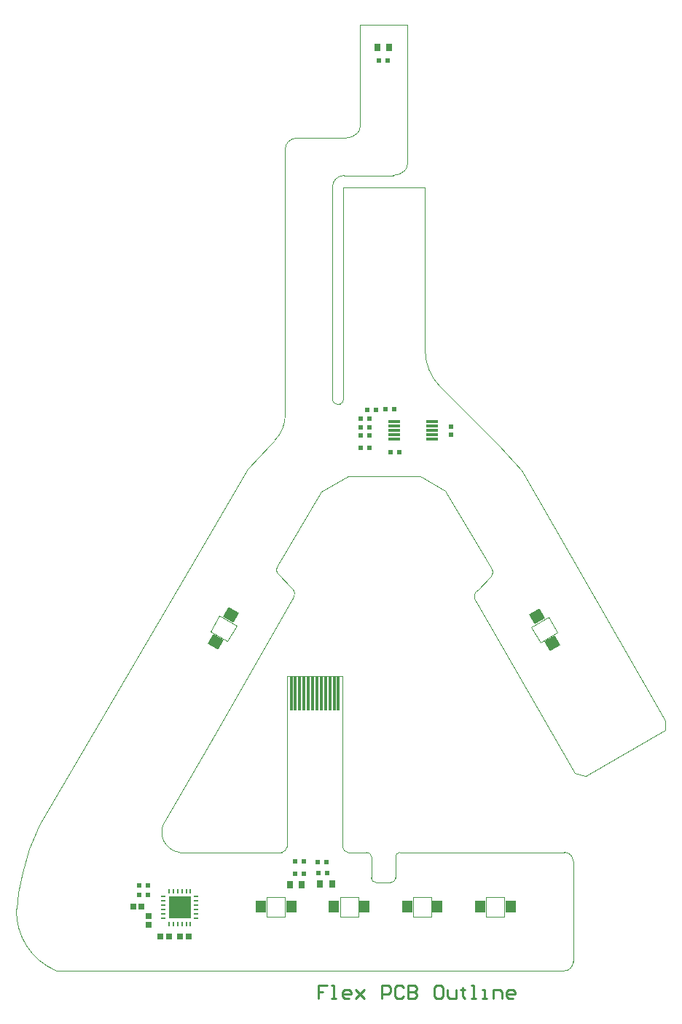
<source format=gbp>
G04*
G04 #@! TF.GenerationSoftware,Altium Limited,Altium Designer,18.1.4 (159)*
G04*
G04 Layer_Color=128*
%FSLAX44Y44*%
%MOMM*%
G71*
G01*
G75*
%ADD13C,0.2540*%
%ADD15C,0.0500*%
%ADD16C,0.0500*%
%ADD17C,0.0510*%
%ADD18C,0.0508*%
%ADD21R,0.3000X4.0000*%
%ADD37R,0.6000X0.6000*%
%ADD38R,0.8000X0.9000*%
%ADD40R,0.6000X0.5000*%
%ADD41R,0.6000X0.2500*%
%ADD42R,0.2500X0.6000*%
%ADD43R,2.6000X2.6000*%
%ADD44R,1.4500X0.3000*%
%ADD45R,0.5000X0.6000*%
%ADD49R,0.7200X0.7200*%
%ADD50R,0.7200X0.7200*%
G04:AMPARAMS|DCode=77|XSize=1.3mm|YSize=1.4mm|CornerRadius=0mm|HoleSize=0mm|Usage=FLASHONLY|Rotation=120.000|XOffset=0mm|YOffset=0mm|HoleType=Round|Shape=Rectangle|*
%AMROTATEDRECTD77*
4,1,4,0.9312,-0.2129,-0.2812,-0.9129,-0.9312,0.2129,0.2812,0.9129,0.9312,-0.2129,0.0*
%
%ADD77ROTATEDRECTD77*%

G04:AMPARAMS|DCode=78|XSize=1.3mm|YSize=1.4mm|CornerRadius=0mm|HoleSize=0mm|Usage=FLASHONLY|Rotation=240.000|XOffset=0mm|YOffset=0mm|HoleType=Round|Shape=Rectangle|*
%AMROTATEDRECTD78*
4,1,4,-0.2812,0.9129,0.9312,0.2129,0.2812,-0.9129,-0.9312,-0.2129,-0.2812,0.9129,0.0*
%
%ADD78ROTATEDRECTD78*%

%ADD79R,1.3000X1.4000*%
D13*
X314494Y-16853D02*
X304338D01*
Y-24470D01*
X309416D01*
X304338D01*
Y-32088D01*
X319573D02*
X324651D01*
X322112D01*
Y-16853D01*
X319573D01*
X339886Y-32088D02*
X334808D01*
X332268Y-29548D01*
Y-24470D01*
X334808Y-21931D01*
X339886D01*
X342425Y-24470D01*
Y-27009D01*
X332268D01*
X347504Y-21931D02*
X357660Y-32088D01*
X352582Y-27009D01*
X357660Y-21931D01*
X347504Y-32088D01*
X377974D02*
Y-16853D01*
X385591D01*
X388130Y-19392D01*
Y-24470D01*
X385591Y-27009D01*
X377974D01*
X403366Y-19392D02*
X400826Y-16853D01*
X395748D01*
X393209Y-19392D01*
Y-29548D01*
X395748Y-32088D01*
X400826D01*
X403366Y-29548D01*
X408444Y-16853D02*
Y-32088D01*
X416061D01*
X418601Y-29548D01*
Y-27009D01*
X416061Y-24470D01*
X408444D01*
X416061D01*
X418601Y-21931D01*
Y-19392D01*
X416061Y-16853D01*
X408444D01*
X446531D02*
X441453D01*
X438914Y-19392D01*
Y-29548D01*
X441453Y-32088D01*
X446531D01*
X449071Y-29548D01*
Y-19392D01*
X446531Y-16853D01*
X454149Y-21931D02*
Y-29548D01*
X456688Y-32088D01*
X464306D01*
Y-21931D01*
X471923Y-19392D02*
Y-21931D01*
X469384D01*
X474463D01*
X471923D01*
Y-29548D01*
X474463Y-32088D01*
X482080D02*
X487158D01*
X484619D01*
Y-16853D01*
X482080D01*
X494776Y-32088D02*
X499854D01*
X497315D01*
Y-21931D01*
X494776D01*
X507472Y-32088D02*
Y-21931D01*
X515089D01*
X517629Y-24470D01*
Y-32088D01*
X530324D02*
X525246D01*
X522707Y-29548D01*
Y-24470D01*
X525246Y-21931D01*
X530324D01*
X532864Y-24470D01*
Y-27009D01*
X522707D01*
D15*
X600247Y127484D02*
G03*
X590088Y137644I-10160J0D01*
G01*
X589833Y0D02*
G03*
X600247Y10414I0J10414D01*
G01*
X614932Y226313D02*
X707436Y279556D01*
Y290448D01*
X600247Y127170D02*
Y127484D01*
X589580Y137644D02*
X590088D01*
X600247Y10414D02*
Y127170D01*
X-32213Y141140D02*
X-20447Y169226D01*
X-39578Y114471D02*
X-32213Y141140D01*
X-44658Y90849D02*
X-39578Y114471D01*
X-46625Y72103D02*
X-44658Y90849D01*
X571624Y410713D02*
X582063Y392583D01*
X551692Y399236D02*
X562131Y381106D01*
X551692Y399236D02*
X571624Y410713D01*
X562131Y381106D02*
X582063Y392583D01*
X178657Y394193D02*
X189096Y412323D01*
X198589Y382716D02*
X209028Y400846D01*
X189096Y412323D02*
X209028Y400846D01*
X178657Y394193D02*
X198589Y382716D01*
X398980Y137644D02*
X589580Y137644D01*
X338541Y137584D02*
X360648D01*
X143128Y137644D02*
X158863D01*
X200145Y137584D02*
X261566D01*
X325067Y658299D02*
X329291D01*
X371294Y102533D02*
X388334D01*
X422905Y574221D02*
X451495Y556926D01*
X505860Y466230D01*
X489008Y441558D02*
X504336Y457340D01*
X505860Y459626D01*
X506622Y462928D01*
X505860Y466230D02*
X506622Y462928D01*
X257617Y460498D02*
X272945Y444716D01*
X256093Y462784D02*
X257617Y460498D01*
X255331Y466086D02*
X256093Y462784D01*
X255331Y466086D02*
X256093Y469388D01*
X256081Y469395D02*
X308048Y556090D01*
X428241Y729359D02*
Y909359D01*
X333241Y729359D02*
Y909359D01*
D16*
X398980Y137644D02*
G03*
X393980Y132601I22J-5022D01*
G01*
X332508Y143681D02*
G03*
X338541Y137584I6065J-31D01*
G01*
X329291Y658299D02*
G03*
X333241Y662857I-304J4254D01*
G01*
X320683D02*
G03*
X325067Y658299I4849J277D01*
G01*
X261566Y137584D02*
G03*
X267507Y143772I-123J6065D01*
G01*
X388334Y102533D02*
G03*
X393980Y108045I67J5579D01*
G01*
X365648D02*
G03*
X371294Y102533I5579J67D01*
G01*
X489008Y441558D02*
G03*
X487080Y429517I5057J-6985D01*
G01*
X274873Y432675D02*
G03*
X272945Y444716I-6985J5057D01*
G01*
X-46625Y72103D02*
G03*
X0Y13I75007J-2611D01*
G01*
X125806Y173617D02*
G03*
X143128Y137644I19993J-12530D01*
G01*
X391126Y923399D02*
G03*
X404617Y928987I0J19079D01*
G01*
X428241Y720934D02*
G03*
X446201Y677573I61321J0D01*
G01*
X279164Y966804D02*
G03*
X269353Y962740I0J-13875D01*
G01*
X349617Y972392D02*
G03*
X352805Y980088I-7696J7696D01*
G01*
X334164Y923399D02*
G03*
X324353Y919335I0J-13875D01*
G01*
X269353Y962740D02*
G03*
X265683Y953879I8860J-8860D01*
G01*
X253487Y615834D02*
G03*
X265683Y645278I-29444J29444D01*
G01*
X404617Y928987D02*
G03*
X407805Y936684I-7696J7696D01*
G01*
X365648Y132601D02*
G03*
X360648Y137584I-4992J-8D01*
G01*
X336126Y966804D02*
G03*
X349617Y972392I0J19079D01*
G01*
X324353Y919335D02*
G03*
X320683Y910475I8860J-8860D01*
G01*
X614479Y226052D02*
X614932Y226313D01*
X602264Y229344D02*
X614479Y226052D01*
X499396Y62979D02*
Y85979D01*
Y62979D02*
X520396D01*
Y85979D01*
X499396D02*
X520396D01*
X414396Y62980D02*
Y85980D01*
Y62980D02*
X435396D01*
Y85980D01*
X414396D02*
X435396D01*
X329396Y62979D02*
Y85979D01*
Y62979D02*
X350396D01*
Y85979D01*
X329396D02*
X350396D01*
X244396D02*
X265396D01*
Y62979D02*
Y85979D01*
X244396Y62979D02*
X265396D01*
X244396D02*
Y85979D01*
X267507Y143772D02*
Y342054D01*
X332508Y143681D02*
Y342054D01*
X267507D02*
X332508D01*
X393980Y108045D02*
Y132601D01*
X487080Y429517D02*
X602264Y229344D01*
X0Y0D02*
X532999Y0D01*
X589833D01*
X333241Y909359D02*
X428241D01*
X334164Y923399D02*
X391126D01*
X446201Y677573D02*
X514176Y609599D01*
X177228Y262982D02*
X274873Y432675D01*
X540153Y581162D02*
X595391Y485166D01*
X707436Y290448D01*
X166106Y487019D02*
X222176Y582534D01*
X-20447Y169226D02*
X166106Y487019D01*
X125806Y173617D02*
X177228Y262982D01*
X308048Y556090D02*
X339311Y574555D01*
X342898Y574567D02*
X422905Y574221D01*
X279164Y966804D02*
X336126D01*
X514176Y609599D02*
X540153Y581162D01*
X222176Y582534D02*
X248399Y610746D01*
X253487Y615834D01*
X158923Y137584D02*
X200145D01*
X320683Y662857D02*
Y900046D01*
X428241Y720934D02*
Y729359D01*
X365648Y108045D02*
Y132601D01*
X333241Y662857D02*
Y729359D01*
X320683Y900046D02*
Y910475D01*
X339311Y574555D02*
X341104Y574576D01*
X342898Y574567D01*
X265683Y645278D02*
Y651873D01*
D17*
X352805Y1098628D02*
X407805D01*
Y936684D02*
Y1098628D01*
D18*
X352805Y980088D02*
Y1098628D01*
X265683Y651873D02*
X265683Y953879D01*
D21*
X297507Y322054D02*
D03*
X302507D02*
D03*
X277507D02*
D03*
X322508D02*
D03*
X272507D02*
D03*
X282508D02*
D03*
X287508D02*
D03*
X292507D02*
D03*
X307507D02*
D03*
X312507D02*
D03*
X317507D02*
D03*
X327508D02*
D03*
D37*
X384522Y1057065D02*
D03*
X374522D02*
D03*
X105752Y99405D02*
D03*
X95752D02*
D03*
X105752Y87975D02*
D03*
X95752D02*
D03*
X313627Y126538D02*
D03*
X303627D02*
D03*
X277183Y126751D02*
D03*
X287183D02*
D03*
X304113Y113271D02*
D03*
X314113D02*
D03*
X286986Y113152D02*
D03*
X276986D02*
D03*
D38*
X372522Y1071796D02*
D03*
X386521D02*
D03*
X319923Y100571D02*
D03*
X305923D02*
D03*
X271176Y100452D02*
D03*
X285176D02*
D03*
D40*
X392393Y651648D02*
D03*
X382393D02*
D03*
X353354Y640681D02*
D03*
X363354D02*
D03*
X353104Y621656D02*
D03*
X363104D02*
D03*
X353135Y607301D02*
D03*
X363135D02*
D03*
X398441Y602475D02*
D03*
X388441D02*
D03*
X361304Y651506D02*
D03*
X371304D02*
D03*
X353104Y631006D02*
D03*
X363104D02*
D03*
D41*
X124128Y61157D02*
D03*
Y66157D02*
D03*
Y71156D02*
D03*
Y76157D02*
D03*
Y81157D02*
D03*
Y86156D02*
D03*
X162128D02*
D03*
Y81157D02*
D03*
Y76157D02*
D03*
Y71156D02*
D03*
Y66157D02*
D03*
Y61157D02*
D03*
D42*
X130628Y92656D02*
D03*
X135628D02*
D03*
X140628D02*
D03*
X145628D02*
D03*
X150628D02*
D03*
X155628D02*
D03*
Y54657D02*
D03*
X150628D02*
D03*
X145628D02*
D03*
X140628D02*
D03*
X135628D02*
D03*
X130628D02*
D03*
D43*
X143128Y73656D02*
D03*
D44*
X436571Y637305D02*
D03*
Y632305D02*
D03*
Y627305D02*
D03*
Y622305D02*
D03*
X436571Y617305D02*
D03*
X392571Y637305D02*
D03*
Y632305D02*
D03*
Y627305D02*
D03*
Y622305D02*
D03*
Y617305D02*
D03*
D45*
X458179Y622056D02*
D03*
Y632056D02*
D03*
D49*
X143222Y39718D02*
D03*
X153222D02*
D03*
X88854Y74829D02*
D03*
X98854D02*
D03*
X120616Y39718D02*
D03*
X130616D02*
D03*
D50*
X106854Y63529D02*
D03*
Y53529D02*
D03*
D77*
X558003Y411283D02*
D03*
X575753Y380539D02*
D03*
D78*
X202716Y412891D02*
D03*
X184966Y382147D02*
D03*
D79*
X237145Y74481D02*
D03*
X272645D02*
D03*
X357645D02*
D03*
X322145D02*
D03*
X407145D02*
D03*
X442645D02*
D03*
X527645D02*
D03*
X492145D02*
D03*
M02*

</source>
